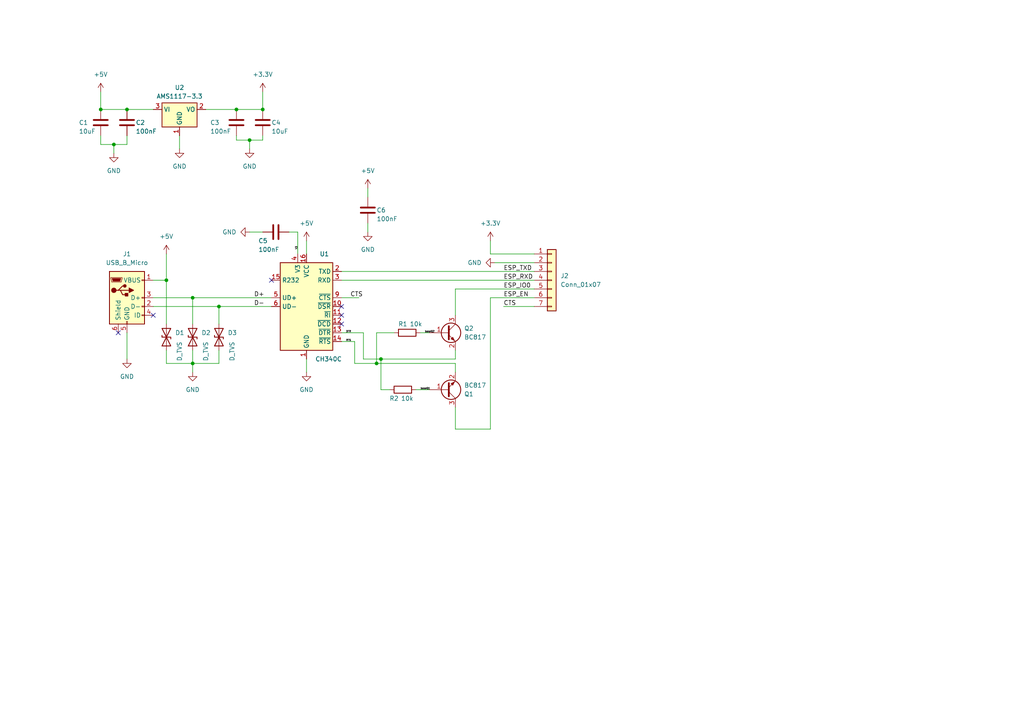
<source format=kicad_sch>
(kicad_sch (version 20230121) (generator eeschema)
  (paper "A4")
  (lib_symbols
    (symbol "Connector:USB_B_Micro" (pin_names (offset 1.016))
      (property "Reference" "J" (at -5.08 11.43 0))
      (property "Value" "USB_B_Micro" (at -5.08 8.89 0))
      (symbol "USB_B_Micro_0_1"
        (rectangle (start -5.08 -7.62) (end 5.08 7.62) (stroke (width 0.254)) (fill (type background)))
        (circle (center -3.81 2.159) (radius 0.635) (stroke (width 0.254)) (fill (type outline)))
        (circle (center -0.635 3.429) (radius 0.381) (stroke (width 0.254)) (fill (type outline)))
        (rectangle (start -0.127 -7.62) (end 0.127 -6.858))
        (polyline (pts (xy -1.905 2.159) (xy 0.635 2.159)) (stroke (width 0.254)))
        (polyline (pts (xy -3.175 2.159) (xy -2.54 2.159) (xy -1.27 3.429) (xy -0.635 3.429)) (stroke (width 0.254)))
        (polyline (pts (xy -2.54 2.159) (xy -1.905 2.159) (xy -1.27 0.889) (xy 0 0.889)) (stroke (width 0.254)))
        (polyline (pts (xy 0.635 2.794) (xy 0.635 1.524) (xy 1.905 2.159) (xy 0.635 2.794)) (stroke (width 0.254)) (fill (type outline)))
        (polyline (pts (xy -4.318 5.588) (xy -1.778 5.588) (xy -2.032 4.826) (xy -4.064 4.826) (xy -4.318 5.588)) (fill (type outline)))
        (polyline (pts (xy -4.699 5.842) (xy -4.699 5.588) (xy -4.445 4.826) (xy -4.445 4.572) (xy -1.651 4.572) (xy -1.651 4.826) (xy -1.397 5.588) (xy -1.397 5.842) (xy -4.699 5.842)))
        (rectangle (start 0.254 1.27) (end -0.508 0.508) (stroke (width 0.254)) (fill (type outline)))
        (rectangle (start 5.08 -5.207) (end 4.318 -4.953))
        (rectangle (start 5.08 -2.667) (end 4.318 -2.413))
        (rectangle (start 5.08 -0.127) (end 4.318 0.127))
        (rectangle (start 5.08 4.953) (end 4.318 5.207))
      )
      (symbol "USB_B_Micro_1_1"
        (pin power_out line (at 7.62 5.08 180) (length 2.54) (name "VBUS") (number "1"))
        (pin bidirectional line (at 7.62 -2.54 180) (length 2.54) (name "D-") (number "2"))
        (pin bidirectional line (at 7.62 0 180) (length 2.54) (name "D+") (number "3"))
        (pin passive line (at 7.62 -5.08 180) (length 2.54) (name "ID") (number "4"))
        (pin power_out line (at 0 -10.16 90) (length 2.54) (name "GND") (number "5"))
        (pin passive line (at -2.54 -10.16 90) (length 2.54) (name "Shield") (number "6"))
      )
    )
    (symbol "Connector_Generic:Conn_01x07" (pin_names (offset 1.016) hide)
      (property "Reference" "J" (at 0 10.16 0))
      (property "Value" "Conn_01x07" (at 0 -10.16 0))
      (symbol "Conn_01x07_1_1"
        (rectangle (start -1.27 -7.493) (end 0 -7.747) (stroke (width 0.1524)))
        (rectangle (start -1.27 -4.953) (end 0 -5.207) (stroke (width 0.1524)))
        (rectangle (start -1.27 -2.413) (end 0 -2.667) (stroke (width 0.1524)))
        (rectangle (start -1.27 0.127) (end 0 -0.127) (stroke (width 0.1524)))
        (rectangle (start -1.27 2.667) (end 0 2.413) (stroke (width 0.1524)))
        (rectangle (start -1.27 5.207) (end 0 4.953) (stroke (width 0.1524)))
        (rectangle (start -1.27 7.747) (end 0 7.493) (stroke (width 0.1524)))
        (rectangle (start -1.27 8.89) (end 1.27 -8.89) (stroke (width 0.254)) (fill (type background)))
        (pin passive line (at -5.08 7.62 0) (length 3.81) (name "Pin_1") (number "1"))
        (pin passive line (at -5.08 5.08 0) (length 3.81) (name "Pin_2") (number "2"))
        (pin passive line (at -5.08 2.54 0) (length 3.81) (name "Pin_3") (number "3"))
        (pin passive line (at -5.08 0 0) (length 3.81) (name "Pin_4") (number "4"))
        (pin passive line (at -5.08 -2.54 0) (length 3.81) (name "Pin_5") (number "5"))
        (pin passive line (at -5.08 -5.08 0) (length 3.81) (name "Pin_6") (number "6"))
        (pin passive line (at -5.08 -7.62 0) (length 3.81) (name "Pin_7") (number "7"))
      )
    )
    (symbol "Device:C" (pin_numbers hide) (pin_names (offset 0.254))
      (property "Reference" "C" (at 0.635 2.54 0))
      (property "Value" "C" (at 0.635 -2.54 0))
      (symbol "C_0_1"
        (polyline (pts (xy -2.032 -0.762) (xy 2.032 -0.762)) (stroke (width 0.508)))
        (polyline (pts (xy -2.032 0.762) (xy 2.032 0.762)) (stroke (width 0.508)))
      )
      (symbol "C_1_1"
        (pin passive line (at 0 3.81 270) (length 2.794) (name "~") (number "1"))
        (pin passive line (at 0 -3.81 90) (length 2.794) (name "~") (number "2"))
      )
    )
    (symbol "Device:D_TVS" (pin_numbers hide) (pin_names (offset 1.016) hide)
      (property "Reference" "D" (at 0 2.54 0))
      (property "Value" "D_TVS" (at 0 -2.54 0))
      (symbol "D_TVS_0_1"
        (polyline (pts (xy 1.27 0) (xy -1.27 0)))
        (polyline (pts (xy 0.508 1.27) (xy 0 1.27) (xy 0 -1.27) (xy -0.508 -1.27)) (stroke (width 0.254)))
        (polyline (pts (xy -2.54 1.27) (xy -2.54 -1.27) (xy 2.54 1.27) (xy 2.54 -1.27) (xy -2.54 1.27)) (stroke (width 0.254)))
      )
      (symbol "D_TVS_1_1"
        (pin passive line (at -3.81 0 0) (length 2.54) (name "A1") (number "1"))
        (pin passive line (at 3.81 0 180) (length 2.54) (name "A2") (number "2"))
      )
    )
    (symbol "Device:R" (pin_numbers hide) (pin_names (offset 0))
      (property "Reference" "R" (at 2.032 0 90))
      (property "Value" "R" (at 0 0 90))
      (symbol "R_0_1"
        (rectangle (start -1.016 -2.54) (end 1.016 2.54) (stroke (width 0.254)))
      )
      (symbol "R_1_1"
        (pin passive line (at 0 3.81 270) (length 1.27) (name "~") (number "1"))
        (pin passive line (at 0 -3.81 90) (length 1.27) (name "~") (number "2"))
      )
    )
    (symbol "Interface_USB:CH340C"
      (property "Reference" "U" (at -5.08 13.97 0))
      (property "Value" "CH340C" (at 1.27 13.97 0))
      (symbol "CH340C_0_1"
        (rectangle (start -7.62 12.7) (end 7.62 -12.7) (stroke (width 0.254)) (fill (type background)))
      )
      (symbol "CH340C_1_1"
        (pin power_in line (at 0 -15.24 90) (length 2.54) (name "GND") (number "1"))
        (pin input line (at 10.16 0 180) (length 2.54) (name "~{DSR}") (number "10"))
        (pin input line (at 10.16 -2.54 180) (length 2.54) (name "~{RI}") (number "11"))
        (pin input line (at 10.16 -5.08 180) (length 2.54) (name "~{DCD}") (number "12"))
        (pin output line (at 10.16 -7.62 180) (length 2.54) (name "~{DTR}") (number "13"))
        (pin output line (at 10.16 -10.16 180) (length 2.54) (name "~{RTS}") (number "14"))
        (pin input line (at -10.16 7.62 0) (length 2.54) (name "R232") (number "15"))
        (pin power_in line (at 0 15.24 270) (length 2.54) (name "VCC") (number "16"))
        (pin output line (at 10.16 10.16 180) (length 2.54) (name "TXD") (number "2"))
        (pin input line (at 10.16 7.62 180) (length 2.54) (name "RXD") (number "3"))
        (pin passive line (at -2.54 15.24 270) (length 2.54) (name "V3") (number "4"))
        (pin bidirectional line (at -10.16 2.54 0) (length 2.54) (name "UD+") (number "5"))
        (pin bidirectional line (at -10.16 0 0) (length 2.54) (name "UD-") (number "6"))
        (pin no_connect line (at -7.62 -7.62 0) (length 2.54) hide (name "NC") (number "7"))
        (pin no_connect line (at -7.62 -10.16 0) (length 2.54) hide (name "NC") (number "8"))
        (pin input line (at 10.16 2.54 180) (length 2.54) (name "~{CTS}") (number "9"))
      )
    )
    (symbol "Regulator_Linear:AMS1117-3.3"
      (property "Reference" "U" (at -3.81 3.175 0))
      (property "Value" "AMS1117-3.3" (at 0 3.175 0))
      (symbol "AMS1117-3.3_0_1"
        (rectangle (start -5.08 -5.08) (end 5.08 1.905) (stroke (width 0.254)) (fill (type background)))
      )
      (symbol "AMS1117-3.3_1_1"
        (pin power_in line (at 0 -7.62 90) (length 2.54) (name "GND") (number "1"))
        (pin power_out line (at 7.62 0 180) (length 2.54) (name "VO") (number "2"))
        (pin power_in line (at -7.62 0 0) (length 2.54) (name "VI") (number "3"))
      )
    )
    (symbol "Transistor_BJT:BC817" (pin_names (offset 0) hide)
      (property "Reference" "Q" (at 5.08 1.905 0))
      (property "Value" "BC817" (at 5.08 0 0))
      (symbol "BC817_0_1"
        (polyline (pts (xy 0.635 0.635) (xy 2.54 2.54)))
        (polyline (pts (xy 0.635 -0.635) (xy 2.54 -2.54) (xy 2.54 -2.54)))
        (polyline (pts (xy 0.635 1.905) (xy 0.635 -1.905) (xy 0.635 -1.905)) (stroke (width 0.508)))
        (polyline (pts (xy 1.27 -1.778) (xy 1.778 -1.27) (xy 2.286 -2.286) (xy 1.27 -1.778) (xy 1.27 -1.778)) (fill (type outline)))
        (circle (center 1.27 0) (radius 2.8194) (stroke (width 0.254)))
      )
      (symbol "BC817_1_1"
        (pin input line (at -5.08 0 0) (length 5.715) (name "B") (number "1"))
        (pin passive line (at 2.54 -5.08 90) (length 2.54) (name "E") (number "2"))
        (pin passive line (at 2.54 5.08 270) (length 2.54) (name "C") (number "3"))
      )
    )
    (symbol "power:+3.3V" (power) (pin_names (offset 0))
      (property "Value" "+3.3V" (at 0 3.556 0))
      (symbol "+3.3V_0_1"
        (polyline (pts (xy -0.762 1.27) (xy 0 2.54)))
        (polyline (pts (xy 0 0) (xy 0 2.54)))
        (polyline (pts (xy 0 2.54) (xy 0.762 1.27)))
      )
      (symbol "+3.3V_1_1"
        (pin power_in line (at 0 0 90) (length 0) hide (name "+3.3V") (number "1"))
      )
    )
    (symbol "power:+5V" (power) (pin_names (offset 0))
      (property "Value" "+5V" (at 0 3.556 0))
      (symbol "+5V_0_1"
        (polyline (pts (xy -0.762 1.27) (xy 0 2.54)))
        (polyline (pts (xy 0 0) (xy 0 2.54)))
        (polyline (pts (xy 0 2.54) (xy 0.762 1.27)))
      )
      (symbol "+5V_1_1"
        (pin power_in line (at 0 0 90) (length 0) hide (name "+5V") (number "1"))
      )
    )
    (symbol "power:GND" (power) (pin_names (offset 0))
      (property "Value" "GND" (at 0 -3.81 0))
      (symbol "GND_0_1"
        (polyline (pts (xy 0 0) (xy 0 -1.27) (xy 1.27 -1.27) (xy 0 -2.54) (xy -1.27 -1.27) (xy 0 -1.27)))
      )
      (symbol "GND_1_1"
        (pin power_in line (at 0 0 270) (length 0) hide (name "GND") (number "1"))
      )
    )
  )
  (junction (at 55.88 86.36))
  (junction (at 109.22 105.41))
  (junction (at 110.49 104.14))
  (junction (at 48.26 81.28))
  (junction (at 55.88 105.41))
  (junction (at 36.83 31.75))
  (junction (at 76.2 31.75))
  (junction (at 63.5 88.9))
  (junction (at 68.58 31.75))
  (junction (at 29.21 31.75))
  (junction (at 72.39 40.64))
  (junction (at 33.02 41.91))
  (no_connect (at 44.45 91.44))
  (no_connect (at 34.29 96.52))
  (no_connect (at 99.06 91.44))
  (no_connect (at 78.74 81.28))
  (no_connect (at 99.06 93.98))
  (no_connect (at 99.06 88.9))
  (wire (pts (xy 63.5 88.9) (xy 78.74 88.9)))
  (wire (pts (xy 88.9 69.85) (xy 88.9 73.66)))
  (wire (pts (xy 132.08 124.46) (xy 142.24 124.46)))
  (wire (pts (xy 33.02 41.91) (xy 33.02 44.45)))
  (wire (pts (xy 113.03 113.03) (xy 110.49 113.03)))
  (wire (pts (xy 142.24 86.36) (xy 154.94 86.36)))
  (wire (pts (xy 154.94 73.66) (xy 142.24 73.66)))
  (wire (pts (xy 132.08 91.44) (xy 132.08 83.82)))
  (wire (pts (xy 110.49 104.14) (xy 105.41 104.14)))
  (wire (pts (xy 48.26 101.6) (xy 48.26 105.41)))
  (wire (pts (xy 76.2 39.37) (xy 76.2 40.64)))
  (wire (pts (xy 142.24 124.46) (xy 142.24 86.36)))
  (wire (pts (xy 105.41 104.14) (xy 105.41 96.52)))
  (wire (pts (xy 59.69 31.75) (xy 68.58 31.75)))
  (wire (pts (xy 132.08 104.14) (xy 110.49 104.14)))
  (wire (pts (xy 36.83 39.37) (xy 36.83 41.91)))
  (wire (pts (xy 86.36 67.31) (xy 86.36 73.66)))
  (wire (pts (xy 55.88 105.41) (xy 55.88 107.95)))
  (wire (pts (xy 114.3 96.52) (xy 109.22 96.52)))
  (wire (pts (xy 55.88 86.36) (xy 78.74 86.36)))
  (wire (pts (xy 29.21 31.75) (xy 36.83 31.75)))
  (wire (pts (xy 110.49 113.03) (xy 110.49 104.14)))
  (wire (pts (xy 120.65 113.03) (xy 124.46 113.03)))
  (wire (pts (xy 72.39 67.31) (xy 76.2 67.31)))
  (wire (pts (xy 146.05 88.9) (xy 154.94 88.9)))
  (wire (pts (xy 76.2 26.67) (xy 76.2 31.75)))
  (wire (pts (xy 88.9 104.14) (xy 88.9 107.95)))
  (wire (pts (xy 36.83 96.52) (xy 36.83 104.14)))
  (wire (pts (xy 99.06 81.28) (xy 154.94 81.28)))
  (wire (pts (xy 106.68 64.77) (xy 106.68 67.31)))
  (wire (pts (xy 109.22 105.41) (xy 132.08 105.41)))
  (wire (pts (xy 99.06 86.36) (xy 104.14 86.36)))
  (wire (pts (xy 48.26 105.41) (xy 55.88 105.41)))
  (wire (pts (xy 36.83 41.91) (xy 33.02 41.91)))
  (wire (pts (xy 99.06 78.74) (xy 154.94 78.74)))
  (wire (pts (xy 44.45 88.9) (xy 63.5 88.9)))
  (wire (pts (xy 48.26 81.28) (xy 48.26 93.98)))
  (wire (pts (xy 63.5 105.41) (xy 55.88 105.41)))
  (wire (pts (xy 29.21 41.91) (xy 33.02 41.91)))
  (wire (pts (xy 68.58 39.37) (xy 68.58 40.64)))
  (wire (pts (xy 29.21 39.37) (xy 29.21 41.91)))
  (wire (pts (xy 55.88 86.36) (xy 55.88 93.98)))
  (wire (pts (xy 68.58 40.64) (xy 72.39 40.64)))
  (wire (pts (xy 72.39 40.64) (xy 72.39 43.18)))
  (wire (pts (xy 83.82 67.31) (xy 86.36 67.31)))
  (wire (pts (xy 102.87 105.41) (xy 109.22 105.41)))
  (wire (pts (xy 52.07 39.37) (xy 52.07 43.18)))
  (wire (pts (xy 36.83 31.75) (xy 44.45 31.75)))
  (wire (pts (xy 102.87 99.06) (xy 102.87 105.41)))
  (wire (pts (xy 143.51 76.2) (xy 154.94 76.2)))
  (wire (pts (xy 106.68 54.61) (xy 106.68 57.15)))
  (wire (pts (xy 121.92 96.52) (xy 124.46 96.52)))
  (wire (pts (xy 132.08 83.82) (xy 154.94 83.82)))
  (wire (pts (xy 99.06 96.52) (xy 105.41 96.52)))
  (wire (pts (xy 76.2 40.64) (xy 72.39 40.64)))
  (wire (pts (xy 63.5 101.6) (xy 63.5 105.41)))
  (wire (pts (xy 63.5 88.9) (xy 63.5 93.98)))
  (wire (pts (xy 68.58 31.75) (xy 76.2 31.75)))
  (wire (pts (xy 99.06 99.06) (xy 102.87 99.06)))
  (wire (pts (xy 132.08 101.6) (xy 132.08 104.14)))
  (wire (pts (xy 132.08 105.41) (xy 132.08 107.95)))
  (wire (pts (xy 55.88 101.6) (xy 55.88 105.41)))
  (wire (pts (xy 44.45 86.36) (xy 55.88 86.36)))
  (wire (pts (xy 109.22 96.52) (xy 109.22 105.41)))
  (wire (pts (xy 29.21 26.67) (xy 29.21 31.75)))
  (wire (pts (xy 48.26 81.28) (xy 48.26 73.66)))
  (wire (pts (xy 44.45 81.28) (xy 48.26 81.28)))
  (wire (pts (xy 142.24 69.85) (xy 142.24 73.66)))
  (wire (pts (xy 132.08 118.11) (xy 132.08 124.46)))
  (label "DTR" (at 100.33 96.52 0) (effects (font (size 0.5 0.5))))
  (label "baseQ2" (at 123.19 96.52 0) (effects (font (size 0.5 0.5))))
  (label "ESP_IO0" (at 146.05 83.82 0))
  (label "CTS" (at 101.6 86.36 0))
  (label "ESP_EN" (at 146.05 86.36 0))
  (label "ESP_TXD" (at 146.05 78.74 0))
  (label "ESP_RXD" (at 146.05 81.28 0))
  (label "RTS" (at 100.33 99.06 0) (effects (font (size 0.5 0.5))))
  (label "D-" (at 73.66 88.9 0))
  (label "CTS" (at 146.05 88.9 0))
  (label "V3" (at 86.36 72.39 90) (effects (font (size 0.5 0.5))))
  (label "baseQ1" (at 121.92 113.03 0) (effects (font (size 0.5 0.5))))
  (label "D+" (at 73.66 86.36 0))
  (symbol (lib_id "power:GND") (at 52.07 43.18 0) (unit 1)
    (property "Reference" "#PWR07" (effects hide))
    (property "Value" "GND" (at 52.07 48.26 0))
  )
  (symbol (lib_id "Device:D_TVS") (at 48.26 97.79 90) (unit 1)
    (property "Reference" "D1" (at 50.8 96.52 90) (effects (justify right)))
    (property "Value" "D_TVS" (at 52.07 99.06 0) (effects (justify right)))
    (property "Footprint" "Diode_SMD:D_0603_1608Metric_Pad1.05x0.95mm_HandSolder" (effects hide))
  )
  (symbol (lib_id "Regulator_Linear:AMS1117-3.3") (at 52.07 31.75 0) (unit 1)
    (property "Reference" "U2" (at 52.07 25.4 0))
    (property "Value" "AMS1117-3.3" (at 52.07 27.94 0))
    (property "Footprint" "Package_TO_SOT_SMD:SOT-223-3_TabPin2" (effects hide))
    (property "Datasheet" "http://www.advanced-monolithic.com/pdf/ds1117.pdf" (effects hide))
  )
  (symbol (lib_id "power:GND") (at 106.68 67.31 0) (unit 1)
    (property "Reference" "#PWR012" (effects hide))
    (property "Value" "GND" (at 106.68 72.39 0))
  )
  (symbol (lib_id "Device:C") (at 36.83 35.56 0) (unit 1)
    (property "Reference" "C2" (at 39.37 35.56 0) (effects (justify left)))
    (property "Value" "100nF" (at 39.37 38.1 0) (effects (justify left)))
    (property "Footprint" "Capacitor_SMD:C_0603_1608Metric_Pad1.08x0.95mm_HandSolder" (effects hide))
  )
  (symbol (lib_id "Device:C") (at 106.68 60.96 0) (unit 1)
    (property "Reference" "C6" (at 109.22 60.96 0) (effects (justify left)))
    (property "Value" "100nF" (at 109.22 63.5 0) (effects (justify left)))
    (property "Footprint" "Capacitor_SMD:C_0603_1608Metric_Pad1.08x0.95mm_HandSolder" (effects hide))
  )
  (symbol (lib_id "Device:C") (at 68.58 35.56 0) (unit 1)
    (property "Reference" "C3" (at 60.96 35.56 0) (effects (justify left)))
    (property "Value" "100nF" (at 60.96 38.1 0) (effects (justify left)))
    (property "Footprint" "Capacitor_SMD:C_0603_1608Metric_Pad1.08x0.95mm_HandSolder" (effects hide))
  )
  (symbol (lib_id "power:GND") (at 72.39 67.31 270) (unit 1)
    (property "Reference" "#PWR09" (effects hide))
    (property "Value" "GND" (at 68.58 67.31 90) (effects (justify right)))
  )
  (symbol (lib_id "Device:C") (at 76.2 35.56 0) (unit 1)
    (property "Reference" "C4" (at 78.74 35.56 0) (effects (justify left)))
    (property "Value" "10uF" (at 78.74 38.1 0) (effects (justify left)))
    (property "Footprint" "Capacitor_SMD:C_0603_1608Metric_Pad1.08x0.95mm_HandSolder" (effects hide))
  )
  (symbol (lib_id "Interface_USB:CH340C") (at 88.9 88.9 0) (unit 1)
    (property "Reference" "U1" (at 92.71 73.66 0) (effects (justify left)))
    (property "Value" "CH340C" (at 91.44 104.14 0) (effects (justify left)))
    (property "Footprint" "Package_SO:SOIC-16_3.9x9.9mm_P1.27mm" (effects hide))
    (property "Datasheet" "https://datasheet.lcsc.com/szlcsc/Jiangsu-Qin-Heng-CH340C_C84681.pdf" (effects hide))
  )
  (symbol (lib_id "Device:C") (at 29.21 35.56 0) (unit 1)
    (property "Reference" "C1" (at 22.86 35.56 0) (effects (justify left)))
    (property "Value" "10uF" (at 22.86 38.1 0) (effects (justify left)))
    (property "Footprint" "Capacitor_SMD:C_0603_1608Metric_Pad1.08x0.95mm_HandSolder" (effects hide))
  )
  (symbol (lib_id "power:GND") (at 33.02 44.45 0) (unit 1)
    (property "Reference" "#PWR06" (effects hide))
    (property "Value" "GND" (at 33.02 49.53 0))
  )
  (symbol (lib_id "Device:R") (at 116.84 113.03 90) (unit 1)
    (property "Reference" "R2" (at 114.3 115.57 90))
    (property "Value" "10k" (at 118.11 115.57 90))
    (property "Footprint" "Resistor_SMD:R_0603_1608Metric_Pad0.98x0.95mm_HandSolder" (effects hide))
  )
  (symbol (lib_id "power:+5V") (at 88.9 69.85 0) (unit 1)
    (property "Reference" "#PWR010" (effects hide))
    (property "Value" "+5V" (at 88.9 64.77 0))
  )
  (symbol (lib_id "power:+3.3V") (at 76.2 26.67 0) (unit 1)
    (property "Reference" "#PWR02" (effects hide))
    (property "Value" "+3.3V" (at 76.2 21.59 0))
  )
  (symbol (lib_id "Device:R") (at 118.11 96.52 90) (unit 1)
    (property "Reference" "R1" (at 116.84 93.98 90))
    (property "Value" "10k" (at 120.65 93.98 90))
    (property "Footprint" "Resistor_SMD:R_0603_1608Metric_Pad0.98x0.95mm_HandSolder" (effects hide))
  )
  (symbol (lib_id "power:+5V") (at 29.21 26.67 0) (unit 1)
    (property "Reference" "#PWR05" (effects hide))
    (property "Value" "+5V" (at 29.21 21.59 0))
  )
  (symbol (lib_id "Device:C") (at 80.01 67.31 270) (unit 1)
    (property "Reference" "C5" (at 74.93 69.85 90) (effects (justify left)))
    (property "Value" "100nF" (at 74.93 72.39 90) (effects (justify left)))
    (property "Footprint" "Capacitor_SMD:C_0603_1608Metric_Pad1.08x0.95mm_HandSolder" (effects hide))
  )
  (symbol (lib_id "power:+5V") (at 48.26 73.66 0) (unit 1)
    (property "Reference" "#PWR01" (effects hide))
    (property "Value" "+5V" (at 48.26 68.58 0))
  )
  (symbol (lib_id "power:GND") (at 55.88 107.95 0) (unit 1)
    (property "Reference" "#PWR015" (effects hide))
    (property "Value" "GND" (at 55.88 113.03 0))
  )
  (symbol (lib_id "power:+5V") (at 106.68 54.61 0) (unit 1)
    (property "Reference" "#PWR011" (effects hide))
    (property "Value" "+5V" (at 106.68 49.53 0))
  )
  (symbol (lib_id "power:GND") (at 88.9 107.95 0) (unit 1)
    (property "Reference" "#PWR03" (effects hide))
    (property "Value" "GND" (at 88.9 113.03 0))
  )
  (symbol (lib_id "Transistor_BJT:BC817") (at 129.54 113.03 0) (mirror x) (unit 1)
    (property "Reference" "Q1" (at 134.62 114.3 0) (effects (justify left)))
    (property "Value" "BC817" (at 134.62 111.76 0) (effects (justify left)))
    (property "Footprint" "Package_TO_SOT_SMD:SOT-23" (effects hide))
    (property "Datasheet" "https://www.onsemi.com/pub/Collateral/BC818-D.pdf" (effects hide))
  )
  (symbol (lib_id "Device:D_TVS") (at 63.5 97.79 90) (unit 1)
    (property "Reference" "D3" (at 66.04 96.52 90) (effects (justify right)))
    (property "Value" "D_TVS" (at 67.31 99.06 0) (effects (justify right)))
    (property "Footprint" "Diode_SMD:D_0603_1608Metric_Pad1.05x0.95mm_HandSolder" (effects hide))
  )
  (symbol (lib_id "power:GND") (at 72.39 43.18 0) (unit 1)
    (property "Reference" "#PWR08" (effects hide))
    (property "Value" "GND" (at 72.39 48.26 0))
  )
  (symbol (lib_id "Device:D_TVS") (at 55.88 97.79 90) (unit 1)
    (property "Reference" "D2" (at 58.42 96.52 90) (effects (justify right)))
    (property "Value" "D_TVS" (at 59.69 99.06 0) (effects (justify right)))
    (property "Footprint" "Diode_SMD:D_0603_1608Metric_Pad1.05x0.95mm_HandSolder" (effects hide))
  )
  (symbol (lib_id "power:+3.3V") (at 142.24 69.85 0) (unit 1)
    (property "Reference" "#PWR014" (effects hide))
    (property "Value" "+3.3V" (at 142.24 64.77 0))
  )
  (symbol (lib_id "Connector:USB_B_Micro") (at 36.83 86.36 0) (unit 1)
    (property "Reference" "J1" (at 36.83 73.66 0))
    (property "Value" "USB_B_Micro" (at 36.83 76.2 0))
    (property "Footprint" "Connector_USB:USB_Micro-B_Molex-105017-0001" (effects hide))
  )
  (symbol (lib_id "Connector_Generic:Conn_01x07") (at 160.02 81.28 0) (unit 1)
    (property "Reference" "J2" (at 162.56 80.01 0) (effects (justify left)))
    (property "Value" "Conn_01x07" (at 162.56 82.55 0) (effects (justify left)))
    (property "Footprint" "Connector_PinSocket_2.54mm:PinSocket_1x07_P2.54mm_Vertical" (effects hide))
  )
  (symbol (lib_id "Transistor_BJT:BC817") (at 129.54 96.52 0) (unit 1)
    (property "Reference" "Q2" (at 134.62 95.25 0) (effects (justify left)))
    (property "Value" "BC817" (at 134.62 97.79 0) (effects (justify left)))
    (property "Footprint" "Package_TO_SOT_SMD:SOT-23" (effects hide))
    (property "Datasheet" "https://www.onsemi.com/pub/Collateral/BC818-D.pdf" (effects hide))
  )
  (symbol (lib_id "power:GND") (at 143.51 76.2 270) (unit 1)
    (property "Reference" "#PWR013" (effects hide))
    (property "Value" "GND" (at 139.7 76.2 90) (effects (justify right)))
  )
  (symbol (lib_id "power:GND") (at 36.83 104.14 0) (unit 1)
    (property "Reference" "#PWR04" (effects hide))
    (property "Value" "GND" (at 36.83 109.22 0))
  )
)
</source>
